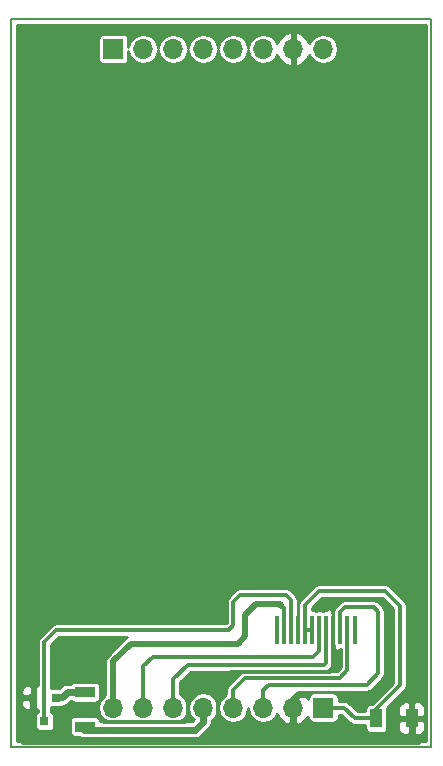
<source format=gtl>
G04 #@! TF.FileFunction,Copper,L1,Top,Signal*
%FSLAX46Y46*%
G04 Gerber Fmt 4.6, Leading zero omitted, Abs format (unit mm)*
G04 Created by KiCad (PCBNEW 4.0.7) date Wed Nov 28 14:25:24 2018*
%MOMM*%
%LPD*%
G01*
G04 APERTURE LIST*
%ADD10C,0.100000*%
%ADD11C,0.150000*%
%ADD12R,1.000000X1.600000*%
%ADD13R,0.319989X2.399995*%
%ADD14R,0.800100X0.800100*%
%ADD15R,1.700000X0.900000*%
%ADD16R,1.700000X1.700000*%
%ADD17O,1.700000X1.700000*%
%ADD18C,0.320000*%
%ADD19C,0.600000*%
%ADD20C,0.250000*%
%ADD21C,0.500000*%
%ADD22C,0.254000*%
G04 APERTURE END LIST*
D10*
D11*
X90170000Y-64770000D02*
X90170000Y-126365000D01*
X54610000Y-64770000D02*
X90170000Y-64770000D01*
X54610000Y-126365000D02*
X54610000Y-64770000D01*
X90170000Y-126365000D02*
X54610000Y-126365000D01*
D12*
X85495000Y-123952000D03*
X88495000Y-123952000D03*
D13*
X83659600Y-116433600D03*
X83059600Y-116433600D03*
X82459600Y-116433600D03*
X81859600Y-116433600D03*
X81259600Y-116433600D03*
X80659600Y-116433600D03*
X80059600Y-116433600D03*
X79459600Y-116433600D03*
X78859600Y-116433600D03*
X78259600Y-116433600D03*
X77659600Y-116433600D03*
X77059600Y-116433600D03*
D14*
X58354000Y-122189240D03*
X56454000Y-122189240D03*
X57404000Y-124188220D03*
D15*
X60833000Y-121740000D03*
X60833000Y-124640000D03*
D16*
X81018380Y-123042680D03*
D17*
X78478380Y-123042680D03*
X75938380Y-123042680D03*
X73398380Y-123042680D03*
X70858380Y-123042680D03*
X68318380Y-123042680D03*
X65778380Y-123042680D03*
X63238380Y-123042680D03*
D16*
X63233300Y-67284600D03*
D17*
X65773300Y-67284600D03*
X68313300Y-67284600D03*
X70853300Y-67284600D03*
X73393300Y-67284600D03*
X75933300Y-67284600D03*
X78473300Y-67284600D03*
X81013300Y-67284600D03*
D18*
X79459600Y-116433600D02*
X79459600Y-114342400D01*
X85495000Y-123166000D02*
X85495000Y-123952000D01*
X79459600Y-114342400D02*
X80619600Y-113182400D01*
X86258400Y-113182400D02*
X87503000Y-114427000D01*
X80619600Y-113182400D02*
X86258400Y-113182400D01*
X87503000Y-114427000D02*
X87503000Y-121158000D01*
X87503000Y-121158000D02*
X85495000Y-123166000D01*
X81018380Y-123042680D02*
X82783680Y-123042680D01*
X82783680Y-123042680D02*
X83693000Y-123952000D01*
X83693000Y-123952000D02*
X85495000Y-123952000D01*
X80059600Y-116433600D02*
X79459600Y-116433600D01*
D19*
X78943200Y-121869200D02*
X79451200Y-121869200D01*
X78478380Y-122334020D02*
X78943200Y-121869200D01*
X78478380Y-123042680D02*
X78478380Y-122334020D01*
D18*
X73214811Y-120028389D02*
X72136000Y-121107200D01*
X81546011Y-120028389D02*
X73214811Y-120028389D01*
X81859600Y-119714800D02*
X81546011Y-120028389D01*
X81859600Y-116433600D02*
X81859600Y-119714800D01*
X62429081Y-124252681D02*
X61772800Y-123596400D01*
D19*
X72072978Y-125869222D02*
X67619640Y-125869222D01*
X55499000Y-125730000D02*
X55499000Y-124144290D01*
X72085200Y-125857000D02*
X72072978Y-125869222D01*
X67619640Y-125869222D02*
X67607418Y-125857000D01*
X67607418Y-125857000D02*
X55626000Y-125857000D01*
X55626000Y-125857000D02*
X55499000Y-125730000D01*
X55499000Y-124144290D02*
X56454000Y-123189290D01*
X56454000Y-123189290D02*
X56454000Y-122189240D01*
D18*
X69528381Y-124070419D02*
X69346119Y-124252681D01*
X69346119Y-124252681D02*
X62429081Y-124252681D01*
X69900800Y-121107200D02*
X69528381Y-121479619D01*
X69528381Y-121479619D02*
X69528381Y-124070419D01*
X72136000Y-121107200D02*
X72136000Y-125806200D01*
X72136000Y-121107200D02*
X69900800Y-121107200D01*
X72136000Y-125806200D02*
X72085200Y-125857000D01*
D19*
X76866141Y-125857000D02*
X72085200Y-125857000D01*
X89154000Y-125730000D02*
X88873000Y-125730000D01*
X88873000Y-125730000D02*
X88495000Y-125352000D01*
X88495000Y-125352000D02*
X88495000Y-123952000D01*
X89027000Y-125857000D02*
X89154000Y-125730000D01*
X76866141Y-125857000D02*
X89027000Y-125857000D01*
X78478380Y-123042680D02*
X78478380Y-124244761D01*
X78478380Y-124244761D02*
X76866141Y-125857000D01*
D20*
X78859600Y-112730280D02*
X78859600Y-112562420D01*
X78859600Y-116433600D02*
X78859600Y-112730280D01*
X78859600Y-112730280D02*
X78859600Y-109605860D01*
D18*
X73398380Y-121521220D02*
X74371200Y-120548400D01*
X83059600Y-119886400D02*
X83059600Y-117953597D01*
X73398380Y-122943190D02*
X73398380Y-121521220D01*
X74371200Y-120548400D02*
X82397600Y-120548400D01*
X82397600Y-120548400D02*
X83059600Y-119886400D01*
X83059600Y-117953597D02*
X83059600Y-116433600D01*
X75938380Y-123042680D02*
X75938380Y-121546620D01*
X75938380Y-121546620D02*
X76377800Y-121107200D01*
X76377800Y-121107200D02*
X84683600Y-121107200D01*
X84683600Y-121107200D02*
X85648800Y-120142000D01*
X85648800Y-114909600D02*
X85293200Y-114554000D01*
X85648800Y-120142000D02*
X85648800Y-114909600D01*
X85293200Y-114554000D02*
X82819203Y-114554000D01*
X82819203Y-114554000D02*
X82459600Y-114913603D01*
X82459600Y-114913603D02*
X82459600Y-116433600D01*
X81259600Y-116433600D02*
X81259600Y-119248000D01*
X81259600Y-119248000D02*
X81076800Y-119430800D01*
X81076800Y-119430800D02*
X69545200Y-119430800D01*
X69545200Y-119430800D02*
X68326000Y-120650000D01*
X68326000Y-120650000D02*
X68326000Y-123035060D01*
X68326000Y-123035060D02*
X68318380Y-123042680D01*
X80659600Y-116433600D02*
X80659600Y-118222400D01*
X80659600Y-118222400D02*
X80162400Y-118719600D01*
X80162400Y-118719600D02*
X66598800Y-118719600D01*
X66598800Y-118719600D02*
X65778380Y-119540020D01*
X65778380Y-119540020D02*
X65778380Y-123042680D01*
D19*
X70186330Y-124916811D02*
X70858380Y-124244761D01*
X70858380Y-124244761D02*
X70858380Y-123042680D01*
X60728811Y-124916811D02*
X70186330Y-124916811D01*
X60325000Y-124513000D02*
X60728811Y-124916811D01*
D18*
X78259600Y-116433600D02*
X78259600Y-113946600D01*
X78259600Y-113946600D02*
X77851000Y-113538000D01*
X77851000Y-113538000D02*
X73964800Y-113538000D01*
X73964800Y-113538000D02*
X73406000Y-114096800D01*
X73406000Y-114096800D02*
X73406000Y-116078000D01*
X73406000Y-116078000D02*
X72999600Y-116484400D01*
X72999600Y-116484400D02*
X58420000Y-116484400D01*
X58420000Y-116484400D02*
X57404000Y-117500400D01*
X57404000Y-117500400D02*
X57404000Y-124188220D01*
D19*
X58354000Y-122189240D02*
X58369240Y-122174000D01*
X58369240Y-122174000D02*
X58928000Y-122174000D01*
X58928000Y-122174000D02*
X59362000Y-121740000D01*
X59362000Y-121740000D02*
X60833000Y-121740000D01*
D21*
X63246000Y-121666000D02*
X63246000Y-119126000D01*
X63246000Y-119126000D02*
X64719200Y-117652800D01*
X64719200Y-117652800D02*
X73761600Y-117652800D01*
X73761600Y-117652800D02*
X74422000Y-116992400D01*
X74422000Y-116992400D02*
X74422000Y-115189000D01*
X77343000Y-114300000D02*
X77470000Y-114427000D01*
X74422000Y-115189000D02*
X75311000Y-114300000D01*
X75311000Y-114300000D02*
X77343000Y-114300000D01*
D18*
X77659600Y-116433600D02*
X77659600Y-114616600D01*
X77659600Y-114616600D02*
X77470000Y-114427000D01*
X63246000Y-121666000D02*
X63238380Y-121673620D01*
D21*
X63238380Y-121673620D02*
X63238380Y-123042680D01*
D22*
G36*
X89668000Y-125863000D02*
X55112000Y-125863000D01*
X55112000Y-123788170D01*
X56568585Y-123788170D01*
X56568585Y-124588270D01*
X56598359Y-124746507D01*
X56691877Y-124891837D01*
X56834569Y-124989334D01*
X57003950Y-125023635D01*
X57804050Y-125023635D01*
X57962287Y-124993861D01*
X58107617Y-124900343D01*
X58205114Y-124757651D01*
X58239415Y-124588270D01*
X58239415Y-123788170D01*
X58209641Y-123629933D01*
X58116123Y-123484603D01*
X57991000Y-123399110D01*
X57991000Y-123024655D01*
X58754050Y-123024655D01*
X58912287Y-122994881D01*
X59057617Y-122901363D01*
X59078291Y-122871105D01*
X59192270Y-122848433D01*
X59206211Y-122845660D01*
X59442067Y-122688067D01*
X59657474Y-122472660D01*
X59670927Y-122493567D01*
X59813619Y-122591064D01*
X59983000Y-122625365D01*
X61683000Y-122625365D01*
X61841237Y-122595591D01*
X61986567Y-122502073D01*
X62084064Y-122359381D01*
X62118365Y-122190000D01*
X62118365Y-121290000D01*
X62088591Y-121131763D01*
X61995073Y-120986433D01*
X61852381Y-120888936D01*
X61683000Y-120854635D01*
X59983000Y-120854635D01*
X59824763Y-120884409D01*
X59679433Y-120977927D01*
X59655469Y-121013000D01*
X59362005Y-121013000D01*
X59362000Y-121012999D01*
X59129948Y-121059158D01*
X59083789Y-121068340D01*
X58847933Y-121225933D01*
X58847931Y-121225936D01*
X58720042Y-121353825D01*
X57991000Y-121353825D01*
X57991000Y-117743544D01*
X58663144Y-117071400D01*
X64394174Y-117071400D01*
X64240488Y-117174089D01*
X62767289Y-118647289D01*
X62620534Y-118866923D01*
X62569000Y-119126000D01*
X62569000Y-121635312D01*
X62561380Y-121673620D01*
X62561380Y-121963695D01*
X62335405Y-122114687D01*
X62058586Y-122528975D01*
X61961380Y-123017662D01*
X61961380Y-123067698D01*
X62058586Y-123556385D01*
X62335405Y-123970673D01*
X62663367Y-124189811D01*
X62118329Y-124189811D01*
X62088591Y-124031763D01*
X61995073Y-123886433D01*
X61852381Y-123788936D01*
X61683000Y-123754635D01*
X59983000Y-123754635D01*
X59824763Y-123784409D01*
X59679433Y-123877927D01*
X59581936Y-124020619D01*
X59547635Y-124190000D01*
X59547635Y-125090000D01*
X59577409Y-125248237D01*
X59670927Y-125393567D01*
X59813619Y-125491064D01*
X59983000Y-125525365D01*
X60356155Y-125525365D01*
X60450600Y-125588471D01*
X60496759Y-125597653D01*
X60728811Y-125643812D01*
X60728816Y-125643811D01*
X70186325Y-125643811D01*
X70186330Y-125643812D01*
X70418382Y-125597653D01*
X70464541Y-125588471D01*
X70700397Y-125430878D01*
X71372444Y-124758830D01*
X71372447Y-124758828D01*
X71530040Y-124522972D01*
X71585380Y-124244761D01*
X71585380Y-124088256D01*
X71761355Y-123970673D01*
X72038174Y-123556385D01*
X72128380Y-123102889D01*
X72218586Y-123556385D01*
X72495405Y-123970673D01*
X72909693Y-124247492D01*
X73398380Y-124344698D01*
X73887067Y-124247492D01*
X74301355Y-123970673D01*
X74578174Y-123556385D01*
X74668380Y-123102889D01*
X74758586Y-123556385D01*
X75035405Y-123970673D01*
X75449693Y-124247492D01*
X75938380Y-124344698D01*
X76427067Y-124247492D01*
X76841355Y-123970673D01*
X77113689Y-123563097D01*
X77283197Y-123924038D01*
X77711456Y-124314325D01*
X78121490Y-124484156D01*
X78351380Y-124362835D01*
X78351380Y-123169680D01*
X78331380Y-123169680D01*
X78331380Y-122915680D01*
X78351380Y-122915680D01*
X78351380Y-122895680D01*
X78605380Y-122895680D01*
X78605380Y-122915680D01*
X78625380Y-122915680D01*
X78625380Y-123169680D01*
X78605380Y-123169680D01*
X78605380Y-124362835D01*
X78835270Y-124484156D01*
X79245304Y-124314325D01*
X79673563Y-123924038D01*
X79733015Y-123797444D01*
X79733015Y-123892680D01*
X79762789Y-124050917D01*
X79856307Y-124196247D01*
X79998999Y-124293744D01*
X80168380Y-124328045D01*
X81868380Y-124328045D01*
X82026617Y-124298271D01*
X82171947Y-124204753D01*
X82269444Y-124062061D01*
X82303745Y-123892680D01*
X82303745Y-123629680D01*
X82540536Y-123629680D01*
X83277926Y-124367069D01*
X83277928Y-124367072D01*
X83346448Y-124412855D01*
X83468365Y-124494317D01*
X83693000Y-124539001D01*
X83693005Y-124539000D01*
X84559635Y-124539000D01*
X84559635Y-124752000D01*
X84589409Y-124910237D01*
X84682927Y-125055567D01*
X84825619Y-125153064D01*
X84995000Y-125187365D01*
X85995000Y-125187365D01*
X86153237Y-125157591D01*
X86298567Y-125064073D01*
X86396064Y-124921381D01*
X86430365Y-124752000D01*
X86430365Y-124237750D01*
X87360000Y-124237750D01*
X87360000Y-124878310D01*
X87456673Y-125111699D01*
X87635302Y-125290327D01*
X87868691Y-125387000D01*
X88209250Y-125387000D01*
X88368000Y-125228250D01*
X88368000Y-124079000D01*
X88622000Y-124079000D01*
X88622000Y-125228250D01*
X88780750Y-125387000D01*
X89121309Y-125387000D01*
X89354698Y-125290327D01*
X89533327Y-125111699D01*
X89630000Y-124878310D01*
X89630000Y-124237750D01*
X89471250Y-124079000D01*
X88622000Y-124079000D01*
X88368000Y-124079000D01*
X87518750Y-124079000D01*
X87360000Y-124237750D01*
X86430365Y-124237750D01*
X86430365Y-123152000D01*
X86415919Y-123075225D01*
X86465454Y-123025690D01*
X87360000Y-123025690D01*
X87360000Y-123666250D01*
X87518750Y-123825000D01*
X88368000Y-123825000D01*
X88368000Y-122675750D01*
X88622000Y-122675750D01*
X88622000Y-123825000D01*
X89471250Y-123825000D01*
X89630000Y-123666250D01*
X89630000Y-123025690D01*
X89533327Y-122792301D01*
X89354698Y-122613673D01*
X89121309Y-122517000D01*
X88780750Y-122517000D01*
X88622000Y-122675750D01*
X88368000Y-122675750D01*
X88209250Y-122517000D01*
X87868691Y-122517000D01*
X87635302Y-122613673D01*
X87456673Y-122792301D01*
X87360000Y-123025690D01*
X86465454Y-123025690D01*
X87918072Y-121573072D01*
X88045317Y-121382635D01*
X88090001Y-121158000D01*
X88090000Y-121157995D01*
X88090000Y-114427000D01*
X88045317Y-114202365D01*
X87918072Y-114011928D01*
X86673472Y-112767328D01*
X86483035Y-112640083D01*
X86258400Y-112595400D01*
X80619605Y-112595400D01*
X80619600Y-112595399D01*
X80394965Y-112640083D01*
X80204528Y-112767328D01*
X80204526Y-112767331D01*
X79044528Y-113927328D01*
X78917283Y-114117765D01*
X78872600Y-114342400D01*
X78872600Y-115192326D01*
X78864241Y-115233603D01*
X78864241Y-116580600D01*
X78854959Y-116580600D01*
X78854959Y-115233603D01*
X78846600Y-115189178D01*
X78846600Y-113946605D01*
X78846601Y-113946600D01*
X78801917Y-113721965D01*
X78718733Y-113597471D01*
X78674672Y-113531528D01*
X78674669Y-113531526D01*
X78266072Y-113122928D01*
X78075635Y-112995683D01*
X77851000Y-112951000D01*
X73964805Y-112951000D01*
X73964800Y-112950999D01*
X73740165Y-112995683D01*
X73549728Y-113122928D01*
X73549726Y-113122931D01*
X72990928Y-113681728D01*
X72863683Y-113872165D01*
X72819000Y-114096800D01*
X72819000Y-115834857D01*
X72756456Y-115897400D01*
X58420000Y-115897400D01*
X58195365Y-115942083D01*
X58004928Y-116069328D01*
X56988928Y-117085328D01*
X56861683Y-117275765D01*
X56817000Y-117500400D01*
X56817000Y-121154190D01*
X56739750Y-121154190D01*
X56581000Y-121312940D01*
X56581000Y-122062240D01*
X56601000Y-122062240D01*
X56601000Y-122316240D01*
X56581000Y-122316240D01*
X56581000Y-123065540D01*
X56739750Y-123224290D01*
X56817000Y-123224290D01*
X56817000Y-123401055D01*
X56700383Y-123476097D01*
X56602886Y-123618789D01*
X56568585Y-123788170D01*
X55112000Y-123788170D01*
X55112000Y-122474990D01*
X55418950Y-122474990D01*
X55418950Y-122715600D01*
X55515623Y-122948989D01*
X55694252Y-123127617D01*
X55927641Y-123224290D01*
X56168250Y-123224290D01*
X56327000Y-123065540D01*
X56327000Y-122316240D01*
X55577700Y-122316240D01*
X55418950Y-122474990D01*
X55112000Y-122474990D01*
X55112000Y-121662880D01*
X55418950Y-121662880D01*
X55418950Y-121903490D01*
X55577700Y-122062240D01*
X56327000Y-122062240D01*
X56327000Y-121312940D01*
X56168250Y-121154190D01*
X55927641Y-121154190D01*
X55694252Y-121250863D01*
X55515623Y-121429491D01*
X55418950Y-121662880D01*
X55112000Y-121662880D01*
X55112000Y-66434600D01*
X61947935Y-66434600D01*
X61947935Y-68134600D01*
X61977709Y-68292837D01*
X62071227Y-68438167D01*
X62213919Y-68535664D01*
X62383300Y-68569965D01*
X64083300Y-68569965D01*
X64241537Y-68540191D01*
X64386867Y-68446673D01*
X64484364Y-68303981D01*
X64518665Y-68134600D01*
X64518665Y-67422054D01*
X64593506Y-67798305D01*
X64870325Y-68212593D01*
X65284613Y-68489412D01*
X65773300Y-68586618D01*
X66261987Y-68489412D01*
X66676275Y-68212593D01*
X66953094Y-67798305D01*
X67043300Y-67344809D01*
X67133506Y-67798305D01*
X67410325Y-68212593D01*
X67824613Y-68489412D01*
X68313300Y-68586618D01*
X68801987Y-68489412D01*
X69216275Y-68212593D01*
X69493094Y-67798305D01*
X69583300Y-67344809D01*
X69673506Y-67798305D01*
X69950325Y-68212593D01*
X70364613Y-68489412D01*
X70853300Y-68586618D01*
X71341987Y-68489412D01*
X71756275Y-68212593D01*
X72033094Y-67798305D01*
X72123300Y-67344809D01*
X72213506Y-67798305D01*
X72490325Y-68212593D01*
X72904613Y-68489412D01*
X73393300Y-68586618D01*
X73881987Y-68489412D01*
X74296275Y-68212593D01*
X74573094Y-67798305D01*
X74663300Y-67344809D01*
X74753506Y-67798305D01*
X75030325Y-68212593D01*
X75444613Y-68489412D01*
X75933300Y-68586618D01*
X76421987Y-68489412D01*
X76836275Y-68212593D01*
X77108609Y-67805017D01*
X77278117Y-68165958D01*
X77706376Y-68556245D01*
X78116410Y-68726076D01*
X78346300Y-68604755D01*
X78346300Y-67411600D01*
X78326300Y-67411600D01*
X78326300Y-67157600D01*
X78346300Y-67157600D01*
X78346300Y-65964445D01*
X78600300Y-65964445D01*
X78600300Y-67157600D01*
X78620300Y-67157600D01*
X78620300Y-67411600D01*
X78600300Y-67411600D01*
X78600300Y-68604755D01*
X78830190Y-68726076D01*
X79240224Y-68556245D01*
X79668483Y-68165958D01*
X79837991Y-67805017D01*
X80110325Y-68212593D01*
X80524613Y-68489412D01*
X81013300Y-68586618D01*
X81501987Y-68489412D01*
X81916275Y-68212593D01*
X82193094Y-67798305D01*
X82290300Y-67309618D01*
X82290300Y-67259582D01*
X82193094Y-66770895D01*
X81916275Y-66356607D01*
X81501987Y-66079788D01*
X81013300Y-65982582D01*
X80524613Y-66079788D01*
X80110325Y-66356607D01*
X79837991Y-66764183D01*
X79668483Y-66403242D01*
X79240224Y-66012955D01*
X78830190Y-65843124D01*
X78600300Y-65964445D01*
X78346300Y-65964445D01*
X78116410Y-65843124D01*
X77706376Y-66012955D01*
X77278117Y-66403242D01*
X77108609Y-66764183D01*
X76836275Y-66356607D01*
X76421987Y-66079788D01*
X75933300Y-65982582D01*
X75444613Y-66079788D01*
X75030325Y-66356607D01*
X74753506Y-66770895D01*
X74663300Y-67224391D01*
X74573094Y-66770895D01*
X74296275Y-66356607D01*
X73881987Y-66079788D01*
X73393300Y-65982582D01*
X72904613Y-66079788D01*
X72490325Y-66356607D01*
X72213506Y-66770895D01*
X72123300Y-67224391D01*
X72033094Y-66770895D01*
X71756275Y-66356607D01*
X71341987Y-66079788D01*
X70853300Y-65982582D01*
X70364613Y-66079788D01*
X69950325Y-66356607D01*
X69673506Y-66770895D01*
X69583300Y-67224391D01*
X69493094Y-66770895D01*
X69216275Y-66356607D01*
X68801987Y-66079788D01*
X68313300Y-65982582D01*
X67824613Y-66079788D01*
X67410325Y-66356607D01*
X67133506Y-66770895D01*
X67043300Y-67224391D01*
X66953094Y-66770895D01*
X66676275Y-66356607D01*
X66261987Y-66079788D01*
X65773300Y-65982582D01*
X65284613Y-66079788D01*
X64870325Y-66356607D01*
X64593506Y-66770895D01*
X64518665Y-67147146D01*
X64518665Y-66434600D01*
X64488891Y-66276363D01*
X64395373Y-66131033D01*
X64252681Y-66033536D01*
X64083300Y-65999235D01*
X62383300Y-65999235D01*
X62225063Y-66029009D01*
X62079733Y-66122527D01*
X61982236Y-66265219D01*
X61947935Y-66434600D01*
X55112000Y-66434600D01*
X55112000Y-65272000D01*
X89668000Y-65272000D01*
X89668000Y-125863000D01*
X89668000Y-125863000D01*
G37*
X89668000Y-125863000D02*
X55112000Y-125863000D01*
X55112000Y-123788170D01*
X56568585Y-123788170D01*
X56568585Y-124588270D01*
X56598359Y-124746507D01*
X56691877Y-124891837D01*
X56834569Y-124989334D01*
X57003950Y-125023635D01*
X57804050Y-125023635D01*
X57962287Y-124993861D01*
X58107617Y-124900343D01*
X58205114Y-124757651D01*
X58239415Y-124588270D01*
X58239415Y-123788170D01*
X58209641Y-123629933D01*
X58116123Y-123484603D01*
X57991000Y-123399110D01*
X57991000Y-123024655D01*
X58754050Y-123024655D01*
X58912287Y-122994881D01*
X59057617Y-122901363D01*
X59078291Y-122871105D01*
X59192270Y-122848433D01*
X59206211Y-122845660D01*
X59442067Y-122688067D01*
X59657474Y-122472660D01*
X59670927Y-122493567D01*
X59813619Y-122591064D01*
X59983000Y-122625365D01*
X61683000Y-122625365D01*
X61841237Y-122595591D01*
X61986567Y-122502073D01*
X62084064Y-122359381D01*
X62118365Y-122190000D01*
X62118365Y-121290000D01*
X62088591Y-121131763D01*
X61995073Y-120986433D01*
X61852381Y-120888936D01*
X61683000Y-120854635D01*
X59983000Y-120854635D01*
X59824763Y-120884409D01*
X59679433Y-120977927D01*
X59655469Y-121013000D01*
X59362005Y-121013000D01*
X59362000Y-121012999D01*
X59129948Y-121059158D01*
X59083789Y-121068340D01*
X58847933Y-121225933D01*
X58847931Y-121225936D01*
X58720042Y-121353825D01*
X57991000Y-121353825D01*
X57991000Y-117743544D01*
X58663144Y-117071400D01*
X64394174Y-117071400D01*
X64240488Y-117174089D01*
X62767289Y-118647289D01*
X62620534Y-118866923D01*
X62569000Y-119126000D01*
X62569000Y-121635312D01*
X62561380Y-121673620D01*
X62561380Y-121963695D01*
X62335405Y-122114687D01*
X62058586Y-122528975D01*
X61961380Y-123017662D01*
X61961380Y-123067698D01*
X62058586Y-123556385D01*
X62335405Y-123970673D01*
X62663367Y-124189811D01*
X62118329Y-124189811D01*
X62088591Y-124031763D01*
X61995073Y-123886433D01*
X61852381Y-123788936D01*
X61683000Y-123754635D01*
X59983000Y-123754635D01*
X59824763Y-123784409D01*
X59679433Y-123877927D01*
X59581936Y-124020619D01*
X59547635Y-124190000D01*
X59547635Y-125090000D01*
X59577409Y-125248237D01*
X59670927Y-125393567D01*
X59813619Y-125491064D01*
X59983000Y-125525365D01*
X60356155Y-125525365D01*
X60450600Y-125588471D01*
X60496759Y-125597653D01*
X60728811Y-125643812D01*
X60728816Y-125643811D01*
X70186325Y-125643811D01*
X70186330Y-125643812D01*
X70418382Y-125597653D01*
X70464541Y-125588471D01*
X70700397Y-125430878D01*
X71372444Y-124758830D01*
X71372447Y-124758828D01*
X71530040Y-124522972D01*
X71585380Y-124244761D01*
X71585380Y-124088256D01*
X71761355Y-123970673D01*
X72038174Y-123556385D01*
X72128380Y-123102889D01*
X72218586Y-123556385D01*
X72495405Y-123970673D01*
X72909693Y-124247492D01*
X73398380Y-124344698D01*
X73887067Y-124247492D01*
X74301355Y-123970673D01*
X74578174Y-123556385D01*
X74668380Y-123102889D01*
X74758586Y-123556385D01*
X75035405Y-123970673D01*
X75449693Y-124247492D01*
X75938380Y-124344698D01*
X76427067Y-124247492D01*
X76841355Y-123970673D01*
X77113689Y-123563097D01*
X77283197Y-123924038D01*
X77711456Y-124314325D01*
X78121490Y-124484156D01*
X78351380Y-124362835D01*
X78351380Y-123169680D01*
X78331380Y-123169680D01*
X78331380Y-122915680D01*
X78351380Y-122915680D01*
X78351380Y-122895680D01*
X78605380Y-122895680D01*
X78605380Y-122915680D01*
X78625380Y-122915680D01*
X78625380Y-123169680D01*
X78605380Y-123169680D01*
X78605380Y-124362835D01*
X78835270Y-124484156D01*
X79245304Y-124314325D01*
X79673563Y-123924038D01*
X79733015Y-123797444D01*
X79733015Y-123892680D01*
X79762789Y-124050917D01*
X79856307Y-124196247D01*
X79998999Y-124293744D01*
X80168380Y-124328045D01*
X81868380Y-124328045D01*
X82026617Y-124298271D01*
X82171947Y-124204753D01*
X82269444Y-124062061D01*
X82303745Y-123892680D01*
X82303745Y-123629680D01*
X82540536Y-123629680D01*
X83277926Y-124367069D01*
X83277928Y-124367072D01*
X83346448Y-124412855D01*
X83468365Y-124494317D01*
X83693000Y-124539001D01*
X83693005Y-124539000D01*
X84559635Y-124539000D01*
X84559635Y-124752000D01*
X84589409Y-124910237D01*
X84682927Y-125055567D01*
X84825619Y-125153064D01*
X84995000Y-125187365D01*
X85995000Y-125187365D01*
X86153237Y-125157591D01*
X86298567Y-125064073D01*
X86396064Y-124921381D01*
X86430365Y-124752000D01*
X86430365Y-124237750D01*
X87360000Y-124237750D01*
X87360000Y-124878310D01*
X87456673Y-125111699D01*
X87635302Y-125290327D01*
X87868691Y-125387000D01*
X88209250Y-125387000D01*
X88368000Y-125228250D01*
X88368000Y-124079000D01*
X88622000Y-124079000D01*
X88622000Y-125228250D01*
X88780750Y-125387000D01*
X89121309Y-125387000D01*
X89354698Y-125290327D01*
X89533327Y-125111699D01*
X89630000Y-124878310D01*
X89630000Y-124237750D01*
X89471250Y-124079000D01*
X88622000Y-124079000D01*
X88368000Y-124079000D01*
X87518750Y-124079000D01*
X87360000Y-124237750D01*
X86430365Y-124237750D01*
X86430365Y-123152000D01*
X86415919Y-123075225D01*
X86465454Y-123025690D01*
X87360000Y-123025690D01*
X87360000Y-123666250D01*
X87518750Y-123825000D01*
X88368000Y-123825000D01*
X88368000Y-122675750D01*
X88622000Y-122675750D01*
X88622000Y-123825000D01*
X89471250Y-123825000D01*
X89630000Y-123666250D01*
X89630000Y-123025690D01*
X89533327Y-122792301D01*
X89354698Y-122613673D01*
X89121309Y-122517000D01*
X88780750Y-122517000D01*
X88622000Y-122675750D01*
X88368000Y-122675750D01*
X88209250Y-122517000D01*
X87868691Y-122517000D01*
X87635302Y-122613673D01*
X87456673Y-122792301D01*
X87360000Y-123025690D01*
X86465454Y-123025690D01*
X87918072Y-121573072D01*
X88045317Y-121382635D01*
X88090001Y-121158000D01*
X88090000Y-121157995D01*
X88090000Y-114427000D01*
X88045317Y-114202365D01*
X87918072Y-114011928D01*
X86673472Y-112767328D01*
X86483035Y-112640083D01*
X86258400Y-112595400D01*
X80619605Y-112595400D01*
X80619600Y-112595399D01*
X80394965Y-112640083D01*
X80204528Y-112767328D01*
X80204526Y-112767331D01*
X79044528Y-113927328D01*
X78917283Y-114117765D01*
X78872600Y-114342400D01*
X78872600Y-115192326D01*
X78864241Y-115233603D01*
X78864241Y-116580600D01*
X78854959Y-116580600D01*
X78854959Y-115233603D01*
X78846600Y-115189178D01*
X78846600Y-113946605D01*
X78846601Y-113946600D01*
X78801917Y-113721965D01*
X78718733Y-113597471D01*
X78674672Y-113531528D01*
X78674669Y-113531526D01*
X78266072Y-113122928D01*
X78075635Y-112995683D01*
X77851000Y-112951000D01*
X73964805Y-112951000D01*
X73964800Y-112950999D01*
X73740165Y-112995683D01*
X73549728Y-113122928D01*
X73549726Y-113122931D01*
X72990928Y-113681728D01*
X72863683Y-113872165D01*
X72819000Y-114096800D01*
X72819000Y-115834857D01*
X72756456Y-115897400D01*
X58420000Y-115897400D01*
X58195365Y-115942083D01*
X58004928Y-116069328D01*
X56988928Y-117085328D01*
X56861683Y-117275765D01*
X56817000Y-117500400D01*
X56817000Y-121154190D01*
X56739750Y-121154190D01*
X56581000Y-121312940D01*
X56581000Y-122062240D01*
X56601000Y-122062240D01*
X56601000Y-122316240D01*
X56581000Y-122316240D01*
X56581000Y-123065540D01*
X56739750Y-123224290D01*
X56817000Y-123224290D01*
X56817000Y-123401055D01*
X56700383Y-123476097D01*
X56602886Y-123618789D01*
X56568585Y-123788170D01*
X55112000Y-123788170D01*
X55112000Y-122474990D01*
X55418950Y-122474990D01*
X55418950Y-122715600D01*
X55515623Y-122948989D01*
X55694252Y-123127617D01*
X55927641Y-123224290D01*
X56168250Y-123224290D01*
X56327000Y-123065540D01*
X56327000Y-122316240D01*
X55577700Y-122316240D01*
X55418950Y-122474990D01*
X55112000Y-122474990D01*
X55112000Y-121662880D01*
X55418950Y-121662880D01*
X55418950Y-121903490D01*
X55577700Y-122062240D01*
X56327000Y-122062240D01*
X56327000Y-121312940D01*
X56168250Y-121154190D01*
X55927641Y-121154190D01*
X55694252Y-121250863D01*
X55515623Y-121429491D01*
X55418950Y-121662880D01*
X55112000Y-121662880D01*
X55112000Y-66434600D01*
X61947935Y-66434600D01*
X61947935Y-68134600D01*
X61977709Y-68292837D01*
X62071227Y-68438167D01*
X62213919Y-68535664D01*
X62383300Y-68569965D01*
X64083300Y-68569965D01*
X64241537Y-68540191D01*
X64386867Y-68446673D01*
X64484364Y-68303981D01*
X64518665Y-68134600D01*
X64518665Y-67422054D01*
X64593506Y-67798305D01*
X64870325Y-68212593D01*
X65284613Y-68489412D01*
X65773300Y-68586618D01*
X66261987Y-68489412D01*
X66676275Y-68212593D01*
X66953094Y-67798305D01*
X67043300Y-67344809D01*
X67133506Y-67798305D01*
X67410325Y-68212593D01*
X67824613Y-68489412D01*
X68313300Y-68586618D01*
X68801987Y-68489412D01*
X69216275Y-68212593D01*
X69493094Y-67798305D01*
X69583300Y-67344809D01*
X69673506Y-67798305D01*
X69950325Y-68212593D01*
X70364613Y-68489412D01*
X70853300Y-68586618D01*
X71341987Y-68489412D01*
X71756275Y-68212593D01*
X72033094Y-67798305D01*
X72123300Y-67344809D01*
X72213506Y-67798305D01*
X72490325Y-68212593D01*
X72904613Y-68489412D01*
X73393300Y-68586618D01*
X73881987Y-68489412D01*
X74296275Y-68212593D01*
X74573094Y-67798305D01*
X74663300Y-67344809D01*
X74753506Y-67798305D01*
X75030325Y-68212593D01*
X75444613Y-68489412D01*
X75933300Y-68586618D01*
X76421987Y-68489412D01*
X76836275Y-68212593D01*
X77108609Y-67805017D01*
X77278117Y-68165958D01*
X77706376Y-68556245D01*
X78116410Y-68726076D01*
X78346300Y-68604755D01*
X78346300Y-67411600D01*
X78326300Y-67411600D01*
X78326300Y-67157600D01*
X78346300Y-67157600D01*
X78346300Y-65964445D01*
X78600300Y-65964445D01*
X78600300Y-67157600D01*
X78620300Y-67157600D01*
X78620300Y-67411600D01*
X78600300Y-67411600D01*
X78600300Y-68604755D01*
X78830190Y-68726076D01*
X79240224Y-68556245D01*
X79668483Y-68165958D01*
X79837991Y-67805017D01*
X80110325Y-68212593D01*
X80524613Y-68489412D01*
X81013300Y-68586618D01*
X81501987Y-68489412D01*
X81916275Y-68212593D01*
X82193094Y-67798305D01*
X82290300Y-67309618D01*
X82290300Y-67259582D01*
X82193094Y-66770895D01*
X81916275Y-66356607D01*
X81501987Y-66079788D01*
X81013300Y-65982582D01*
X80524613Y-66079788D01*
X80110325Y-66356607D01*
X79837991Y-66764183D01*
X79668483Y-66403242D01*
X79240224Y-66012955D01*
X78830190Y-65843124D01*
X78600300Y-65964445D01*
X78346300Y-65964445D01*
X78116410Y-65843124D01*
X77706376Y-66012955D01*
X77278117Y-66403242D01*
X77108609Y-66764183D01*
X76836275Y-66356607D01*
X76421987Y-66079788D01*
X75933300Y-65982582D01*
X75444613Y-66079788D01*
X75030325Y-66356607D01*
X74753506Y-66770895D01*
X74663300Y-67224391D01*
X74573094Y-66770895D01*
X74296275Y-66356607D01*
X73881987Y-66079788D01*
X73393300Y-65982582D01*
X72904613Y-66079788D01*
X72490325Y-66356607D01*
X72213506Y-66770895D01*
X72123300Y-67224391D01*
X72033094Y-66770895D01*
X71756275Y-66356607D01*
X71341987Y-66079788D01*
X70853300Y-65982582D01*
X70364613Y-66079788D01*
X69950325Y-66356607D01*
X69673506Y-66770895D01*
X69583300Y-67224391D01*
X69493094Y-66770895D01*
X69216275Y-66356607D01*
X68801987Y-66079788D01*
X68313300Y-65982582D01*
X67824613Y-66079788D01*
X67410325Y-66356607D01*
X67133506Y-66770895D01*
X67043300Y-67224391D01*
X66953094Y-66770895D01*
X66676275Y-66356607D01*
X66261987Y-66079788D01*
X65773300Y-65982582D01*
X65284613Y-66079788D01*
X64870325Y-66356607D01*
X64593506Y-66770895D01*
X64518665Y-67147146D01*
X64518665Y-66434600D01*
X64488891Y-66276363D01*
X64395373Y-66131033D01*
X64252681Y-66033536D01*
X64083300Y-65999235D01*
X62383300Y-65999235D01*
X62225063Y-66029009D01*
X62079733Y-66122527D01*
X61982236Y-66265219D01*
X61947935Y-66434600D01*
X55112000Y-66434600D01*
X55112000Y-65272000D01*
X89668000Y-65272000D01*
X89668000Y-125863000D01*
G36*
X69678586Y-123556385D02*
X69955405Y-123970673D01*
X70044682Y-124030326D01*
X69885196Y-124189811D01*
X68893393Y-124189811D01*
X69221355Y-123970673D01*
X69498174Y-123556385D01*
X69588380Y-123102889D01*
X69678586Y-123556385D01*
X69678586Y-123556385D01*
G37*
X69678586Y-123556385D02*
X69955405Y-123970673D01*
X70044682Y-124030326D01*
X69885196Y-124189811D01*
X68893393Y-124189811D01*
X69221355Y-123970673D01*
X69498174Y-123556385D01*
X69588380Y-123102889D01*
X69678586Y-123556385D01*
G36*
X86916000Y-114670144D02*
X86916000Y-120914856D01*
X85114221Y-122716635D01*
X84995000Y-122716635D01*
X84836763Y-122746409D01*
X84691433Y-122839927D01*
X84593936Y-122982619D01*
X84559635Y-123152000D01*
X84559635Y-123365000D01*
X83936143Y-123365000D01*
X83198752Y-122627608D01*
X83008315Y-122500363D01*
X82783680Y-122455680D01*
X82303745Y-122455680D01*
X82303745Y-122192680D01*
X82273971Y-122034443D01*
X82180453Y-121889113D01*
X82037761Y-121791616D01*
X81868380Y-121757315D01*
X80168380Y-121757315D01*
X80010143Y-121787089D01*
X79864813Y-121880607D01*
X79767316Y-122023299D01*
X79733015Y-122192680D01*
X79733015Y-122287916D01*
X79673563Y-122161322D01*
X79245304Y-121771035D01*
X79059796Y-121694200D01*
X84683600Y-121694200D01*
X84908235Y-121649517D01*
X85098672Y-121522272D01*
X86063872Y-120557072D01*
X86191117Y-120366635D01*
X86235801Y-120142000D01*
X86235800Y-120141995D01*
X86235800Y-114909600D01*
X86191117Y-114684965D01*
X86063872Y-114494528D01*
X86063869Y-114494526D01*
X85708272Y-114138928D01*
X85517835Y-114011683D01*
X85293200Y-113967000D01*
X82819203Y-113967000D01*
X82594568Y-114011683D01*
X82404131Y-114138928D01*
X82404129Y-114138931D01*
X82044528Y-114498531D01*
X81917283Y-114688968D01*
X81872600Y-114913603D01*
X81872600Y-115192326D01*
X81864241Y-115233603D01*
X81864241Y-117633597D01*
X81894015Y-117791834D01*
X81939597Y-117862670D01*
X81939597Y-118109847D01*
X82098347Y-118268597D01*
X82145903Y-118268597D01*
X82379292Y-118171924D01*
X82472600Y-118078617D01*
X82472600Y-119643257D01*
X82154456Y-119961400D01*
X81318971Y-119961400D01*
X81491872Y-119845872D01*
X81674672Y-119663072D01*
X81801917Y-119472635D01*
X81846600Y-119248000D01*
X81846600Y-117674874D01*
X81854959Y-117633597D01*
X81854959Y-115233603D01*
X81825185Y-115075366D01*
X81779603Y-115004530D01*
X81779603Y-114757353D01*
X81620853Y-114598603D01*
X81573297Y-114598603D01*
X81339908Y-114695276D01*
X81236945Y-114798238D01*
X81099606Y-114798238D01*
X80954458Y-114825549D01*
X80819594Y-114798238D01*
X80499606Y-114798238D01*
X80354458Y-114825549D01*
X80219594Y-114798238D01*
X80046600Y-114798238D01*
X80046600Y-114585544D01*
X80862743Y-113769400D01*
X86015256Y-113769400D01*
X86916000Y-114670144D01*
X86916000Y-114670144D01*
G37*
X86916000Y-114670144D02*
X86916000Y-120914856D01*
X85114221Y-122716635D01*
X84995000Y-122716635D01*
X84836763Y-122746409D01*
X84691433Y-122839927D01*
X84593936Y-122982619D01*
X84559635Y-123152000D01*
X84559635Y-123365000D01*
X83936143Y-123365000D01*
X83198752Y-122627608D01*
X83008315Y-122500363D01*
X82783680Y-122455680D01*
X82303745Y-122455680D01*
X82303745Y-122192680D01*
X82273971Y-122034443D01*
X82180453Y-121889113D01*
X82037761Y-121791616D01*
X81868380Y-121757315D01*
X80168380Y-121757315D01*
X80010143Y-121787089D01*
X79864813Y-121880607D01*
X79767316Y-122023299D01*
X79733015Y-122192680D01*
X79733015Y-122287916D01*
X79673563Y-122161322D01*
X79245304Y-121771035D01*
X79059796Y-121694200D01*
X84683600Y-121694200D01*
X84908235Y-121649517D01*
X85098672Y-121522272D01*
X86063872Y-120557072D01*
X86191117Y-120366635D01*
X86235801Y-120142000D01*
X86235800Y-120141995D01*
X86235800Y-114909600D01*
X86191117Y-114684965D01*
X86063872Y-114494528D01*
X86063869Y-114494526D01*
X85708272Y-114138928D01*
X85517835Y-114011683D01*
X85293200Y-113967000D01*
X82819203Y-113967000D01*
X82594568Y-114011683D01*
X82404131Y-114138928D01*
X82404129Y-114138931D01*
X82044528Y-114498531D01*
X81917283Y-114688968D01*
X81872600Y-114913603D01*
X81872600Y-115192326D01*
X81864241Y-115233603D01*
X81864241Y-117633597D01*
X81894015Y-117791834D01*
X81939597Y-117862670D01*
X81939597Y-118109847D01*
X82098347Y-118268597D01*
X82145903Y-118268597D01*
X82379292Y-118171924D01*
X82472600Y-118078617D01*
X82472600Y-119643257D01*
X82154456Y-119961400D01*
X81318971Y-119961400D01*
X81491872Y-119845872D01*
X81674672Y-119663072D01*
X81801917Y-119472635D01*
X81846600Y-119248000D01*
X81846600Y-117674874D01*
X81854959Y-117633597D01*
X81854959Y-115233603D01*
X81825185Y-115075366D01*
X81779603Y-115004530D01*
X81779603Y-114757353D01*
X81620853Y-114598603D01*
X81573297Y-114598603D01*
X81339908Y-114695276D01*
X81236945Y-114798238D01*
X81099606Y-114798238D01*
X80954458Y-114825549D01*
X80819594Y-114798238D01*
X80499606Y-114798238D01*
X80354458Y-114825549D01*
X80219594Y-114798238D01*
X80046600Y-114798238D01*
X80046600Y-114585544D01*
X80862743Y-113769400D01*
X86015256Y-113769400D01*
X86916000Y-114670144D01*
G36*
X73956128Y-120133328D02*
X72983308Y-121106148D01*
X72856063Y-121296585D01*
X72811380Y-121521220D01*
X72811380Y-121903559D01*
X72495405Y-122114687D01*
X72218586Y-122528975D01*
X72128380Y-122982471D01*
X72038174Y-122528975D01*
X71761355Y-122114687D01*
X71347067Y-121837868D01*
X70858380Y-121740662D01*
X70369693Y-121837868D01*
X69955405Y-122114687D01*
X69678586Y-122528975D01*
X69588380Y-122982471D01*
X69498174Y-122528975D01*
X69221355Y-122114687D01*
X68913000Y-121908650D01*
X68913000Y-120893144D01*
X69788344Y-120017800D01*
X74129029Y-120017800D01*
X73956128Y-120133328D01*
X73956128Y-120133328D01*
G37*
X73956128Y-120133328D02*
X72983308Y-121106148D01*
X72856063Y-121296585D01*
X72811380Y-121521220D01*
X72811380Y-121903559D01*
X72495405Y-122114687D01*
X72218586Y-122528975D01*
X72128380Y-122982471D01*
X72038174Y-122528975D01*
X71761355Y-122114687D01*
X71347067Y-121837868D01*
X70858380Y-121740662D01*
X70369693Y-121837868D01*
X69955405Y-122114687D01*
X69678586Y-122528975D01*
X69588380Y-122982471D01*
X69498174Y-122528975D01*
X69221355Y-122114687D01*
X68913000Y-121908650D01*
X68913000Y-120893144D01*
X69788344Y-120017800D01*
X74129029Y-120017800D01*
X73956128Y-120133328D01*
M02*

</source>
